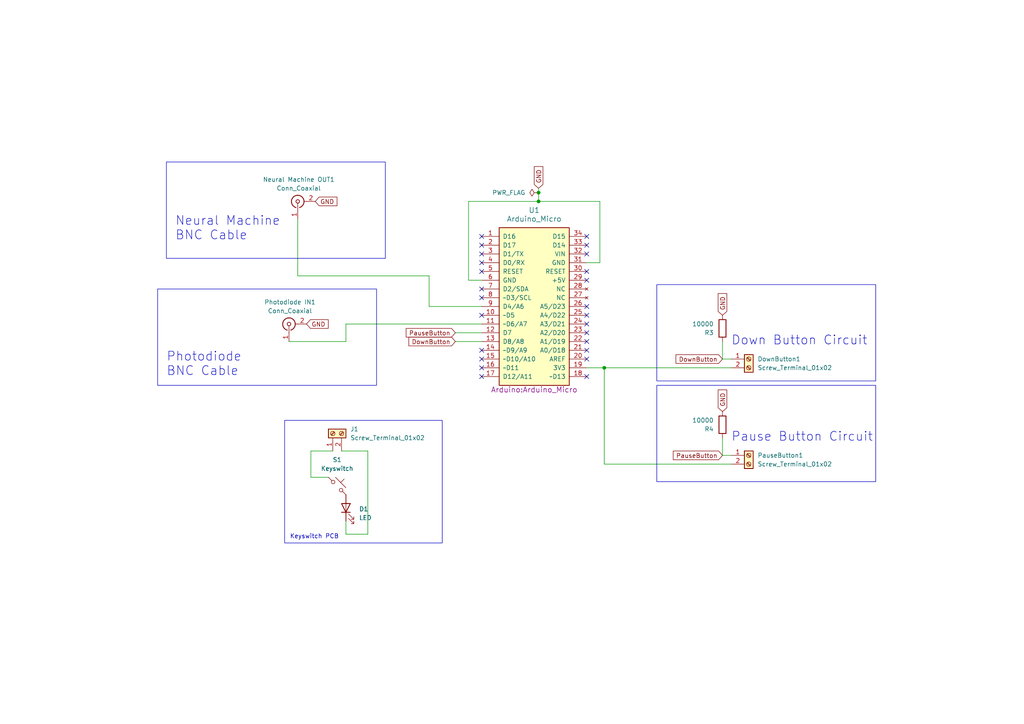
<source format=kicad_sch>
(kicad_sch
	(version 20231120)
	(generator "eeschema")
	(generator_version "8.0")
	(uuid "93641c54-f295-4998-8f84-1b23a506ee4c")
	(paper "A4")
	(lib_symbols
		(symbol "Arduino:Arduino_Micro"
			(pin_names
				(offset 1.016)
			)
			(exclude_from_sim no)
			(in_bom yes)
			(on_board yes)
			(property "Reference" "U"
				(at -10.16 26.67 0)
				(effects
					(font
						(size 1.524 1.524)
					)
				)
			)
			(property "Value" "Arduino_Micro"
				(at -2.54 24.13 0)
				(effects
					(font
						(size 1.524 1.524)
					)
				)
			)
			(property "Footprint" "Arduino:Arduino_Micro"
				(at 0 -24.13 0)
				(effects
					(font
						(size 1.524 1.524)
					)
					(hide yes)
				)
			)
			(property "Datasheet" "https://store.arduino.cc/usa/arduino-micro"
				(at 3.81 -26.67 0)
				(effects
					(font
						(size 1.524 1.524)
					)
					(hide yes)
				)
			)
			(property "Description" "Arduino Micro"
				(at 0 0 0)
				(effects
					(font
						(size 1.27 1.27)
					)
					(hide yes)
				)
			)
			(property "ki_keywords" "Arduino micro microcontroller module USB"
				(at 0 0 0)
				(effects
					(font
						(size 1.27 1.27)
					)
					(hide yes)
				)
			)
			(symbol "Arduino_Micro_0_1"
				(rectangle
					(start -10.16 22.86)
					(end 10.16 -22.86)
					(stroke
						(width 0.254)
						(type solid)
					)
					(fill
						(type background)
					)
				)
			)
			(symbol "Arduino_Micro_1_1"
				(pin bidirectional line
					(at -15.24 20.32 0)
					(length 5.08)
					(name "D16"
						(effects
							(font
								(size 1.27 1.27)
							)
						)
					)
					(number "1"
						(effects
							(font
								(size 1.27 1.27)
							)
						)
					)
				)
				(pin bidirectional line
					(at -15.24 -2.54 0)
					(length 5.08)
					(name "~D5"
						(effects
							(font
								(size 1.27 1.27)
							)
						)
					)
					(number "10"
						(effects
							(font
								(size 1.27 1.27)
							)
						)
					)
				)
				(pin bidirectional line
					(at -15.24 -5.08 0)
					(length 5.08)
					(name "~D6/A7"
						(effects
							(font
								(size 1.27 1.27)
							)
						)
					)
					(number "11"
						(effects
							(font
								(size 1.27 1.27)
							)
						)
					)
				)
				(pin bidirectional line
					(at -15.24 -7.62 0)
					(length 5.08)
					(name "D7"
						(effects
							(font
								(size 1.27 1.27)
							)
						)
					)
					(number "12"
						(effects
							(font
								(size 1.27 1.27)
							)
						)
					)
				)
				(pin bidirectional line
					(at -15.24 -10.16 0)
					(length 5.08)
					(name "D8/A8"
						(effects
							(font
								(size 1.27 1.27)
							)
						)
					)
					(number "13"
						(effects
							(font
								(size 1.27 1.27)
							)
						)
					)
				)
				(pin bidirectional line
					(at -15.24 -12.7 0)
					(length 5.08)
					(name "~D9/A9"
						(effects
							(font
								(size 1.27 1.27)
							)
						)
					)
					(number "14"
						(effects
							(font
								(size 1.27 1.27)
							)
						)
					)
				)
				(pin bidirectional line
					(at -15.24 -15.24 0)
					(length 5.08)
					(name "~D10/A10"
						(effects
							(font
								(size 1.27 1.27)
							)
						)
					)
					(number "15"
						(effects
							(font
								(size 1.27 1.27)
							)
						)
					)
				)
				(pin bidirectional line
					(at -15.24 -17.78 0)
					(length 5.08)
					(name "~D11"
						(effects
							(font
								(size 1.27 1.27)
							)
						)
					)
					(number "16"
						(effects
							(font
								(size 1.27 1.27)
							)
						)
					)
				)
				(pin bidirectional line
					(at -15.24 -20.32 0)
					(length 5.08)
					(name "D12/A11"
						(effects
							(font
								(size 1.27 1.27)
							)
						)
					)
					(number "17"
						(effects
							(font
								(size 1.27 1.27)
							)
						)
					)
				)
				(pin bidirectional line
					(at 15.24 -20.32 180)
					(length 5.08)
					(name "~D13"
						(effects
							(font
								(size 1.27 1.27)
							)
						)
					)
					(number "18"
						(effects
							(font
								(size 1.27 1.27)
							)
						)
					)
				)
				(pin power_out line
					(at 15.24 -17.78 180)
					(length 5.08)
					(name "3V3"
						(effects
							(font
								(size 1.27 1.27)
							)
						)
					)
					(number "19"
						(effects
							(font
								(size 1.27 1.27)
							)
						)
					)
				)
				(pin bidirectional line
					(at -15.24 17.78 0)
					(length 5.08)
					(name "D17"
						(effects
							(font
								(size 1.27 1.27)
							)
						)
					)
					(number "2"
						(effects
							(font
								(size 1.27 1.27)
							)
						)
					)
				)
				(pin input line
					(at 15.24 -15.24 180)
					(length 5.08)
					(name "AREF"
						(effects
							(font
								(size 1.27 1.27)
							)
						)
					)
					(number "20"
						(effects
							(font
								(size 1.27 1.27)
							)
						)
					)
				)
				(pin bidirectional line
					(at 15.24 -12.7 180)
					(length 5.08)
					(name "A0/D18"
						(effects
							(font
								(size 1.27 1.27)
							)
						)
					)
					(number "21"
						(effects
							(font
								(size 1.27 1.27)
							)
						)
					)
				)
				(pin bidirectional line
					(at 15.24 -10.16 180)
					(length 5.08)
					(name "A1/D19"
						(effects
							(font
								(size 1.27 1.27)
							)
						)
					)
					(number "22"
						(effects
							(font
								(size 1.27 1.27)
							)
						)
					)
				)
				(pin bidirectional line
					(at 15.24 -7.62 180)
					(length 5.08)
					(name "A2/D20"
						(effects
							(font
								(size 1.27 1.27)
							)
						)
					)
					(number "23"
						(effects
							(font
								(size 1.27 1.27)
							)
						)
					)
				)
				(pin bidirectional line
					(at 15.24 -5.08 180)
					(length 5.08)
					(name "A3/D21"
						(effects
							(font
								(size 1.27 1.27)
							)
						)
					)
					(number "24"
						(effects
							(font
								(size 1.27 1.27)
							)
						)
					)
				)
				(pin bidirectional line
					(at 15.24 -2.54 180)
					(length 5.08)
					(name "A4/D22"
						(effects
							(font
								(size 1.27 1.27)
							)
						)
					)
					(number "25"
						(effects
							(font
								(size 1.27 1.27)
							)
						)
					)
				)
				(pin bidirectional line
					(at 15.24 0 180)
					(length 5.08)
					(name "A5/D23"
						(effects
							(font
								(size 1.27 1.27)
							)
						)
					)
					(number "26"
						(effects
							(font
								(size 1.27 1.27)
							)
						)
					)
				)
				(pin no_connect line
					(at 15.24 2.54 180)
					(length 5.08)
					(name "NC"
						(effects
							(font
								(size 1.27 1.27)
							)
						)
					)
					(number "27"
						(effects
							(font
								(size 1.27 1.27)
							)
						)
					)
				)
				(pin no_connect line
					(at 15.24 5.08 180)
					(length 5.08)
					(name "NC"
						(effects
							(font
								(size 1.27 1.27)
							)
						)
					)
					(number "28"
						(effects
							(font
								(size 1.27 1.27)
							)
						)
					)
				)
				(pin power_in line
					(at 15.24 7.62 180)
					(length 5.08)
					(name "+5V"
						(effects
							(font
								(size 1.27 1.27)
							)
						)
					)
					(number "29"
						(effects
							(font
								(size 1.27 1.27)
							)
						)
					)
				)
				(pin bidirectional line
					(at -15.24 15.24 0)
					(length 5.08)
					(name "D1/TX"
						(effects
							(font
								(size 1.27 1.27)
							)
						)
					)
					(number "3"
						(effects
							(font
								(size 1.27 1.27)
							)
						)
					)
				)
				(pin input line
					(at 15.24 10.16 180)
					(length 5.08)
					(name "RESET"
						(effects
							(font
								(size 1.27 1.27)
							)
						)
					)
					(number "30"
						(effects
							(font
								(size 1.27 1.27)
							)
						)
					)
				)
				(pin power_in line
					(at 15.24 12.7 180)
					(length 5.08)
					(name "GND"
						(effects
							(font
								(size 1.27 1.27)
							)
						)
					)
					(number "31"
						(effects
							(font
								(size 1.27 1.27)
							)
						)
					)
				)
				(pin power_out line
					(at 15.24 15.24 180)
					(length 5.08)
					(name "VIN"
						(effects
							(font
								(size 1.27 1.27)
							)
						)
					)
					(number "32"
						(effects
							(font
								(size 1.27 1.27)
							)
						)
					)
				)
				(pin bidirectional line
					(at 15.24 17.78 180)
					(length 5.08)
					(name "D14"
						(effects
							(font
								(size 1.27 1.27)
							)
						)
					)
					(number "33"
						(effects
							(font
								(size 1.27 1.27)
							)
						)
					)
				)
				(pin bidirectional line
					(at 15.24 20.32 180)
					(length 5.08)
					(name "D15"
						(effects
							(font
								(size 1.27 1.27)
							)
						)
					)
					(number "34"
						(effects
							(font
								(size 1.27 1.27)
							)
						)
					)
				)
				(pin bidirectional line
					(at -15.24 12.7 0)
					(length 5.08)
					(name "D0/RX"
						(effects
							(font
								(size 1.27 1.27)
							)
						)
					)
					(number "4"
						(effects
							(font
								(size 1.27 1.27)
							)
						)
					)
				)
				(pin input line
					(at -15.24 10.16 0)
					(length 5.08)
					(name "RESET"
						(effects
							(font
								(size 1.27 1.27)
							)
						)
					)
					(number "5"
						(effects
							(font
								(size 1.27 1.27)
							)
						)
					)
				)
				(pin power_in line
					(at -15.24 7.62 0)
					(length 5.08)
					(name "GND"
						(effects
							(font
								(size 1.27 1.27)
							)
						)
					)
					(number "6"
						(effects
							(font
								(size 1.27 1.27)
							)
						)
					)
				)
				(pin bidirectional line
					(at -15.24 5.08 0)
					(length 5.08)
					(name "D2/SDA"
						(effects
							(font
								(size 1.27 1.27)
							)
						)
					)
					(number "7"
						(effects
							(font
								(size 1.27 1.27)
							)
						)
					)
				)
				(pin bidirectional line
					(at -15.24 2.54 0)
					(length 5.08)
					(name "~D3/SCL"
						(effects
							(font
								(size 1.27 1.27)
							)
						)
					)
					(number "8"
						(effects
							(font
								(size 1.27 1.27)
							)
						)
					)
				)
				(pin bidirectional line
					(at -15.24 0 0)
					(length 5.08)
					(name "D4/A6"
						(effects
							(font
								(size 1.27 1.27)
							)
						)
					)
					(number "9"
						(effects
							(font
								(size 1.27 1.27)
							)
						)
					)
				)
			)
		)
		(symbol "Connector:Conn_Coaxial"
			(pin_names
				(offset 1.016) hide)
			(exclude_from_sim no)
			(in_bom yes)
			(on_board yes)
			(property "Reference" "J"
				(at 0.254 3.048 0)
				(effects
					(font
						(size 1.27 1.27)
					)
				)
			)
			(property "Value" "Conn_Coaxial"
				(at 2.921 0 90)
				(effects
					(font
						(size 1.27 1.27)
					)
				)
			)
			(property "Footprint" ""
				(at 0 0 0)
				(effects
					(font
						(size 1.27 1.27)
					)
					(hide yes)
				)
			)
			(property "Datasheet" " ~"
				(at 0 0 0)
				(effects
					(font
						(size 1.27 1.27)
					)
					(hide yes)
				)
			)
			(property "Description" "coaxial connector (BNC, SMA, SMB, SMC, Cinch/RCA, LEMO, ...)"
				(at 0 0 0)
				(effects
					(font
						(size 1.27 1.27)
					)
					(hide yes)
				)
			)
			(property "ki_keywords" "BNC SMA SMB SMC LEMO coaxial connector CINCH RCA"
				(at 0 0 0)
				(effects
					(font
						(size 1.27 1.27)
					)
					(hide yes)
				)
			)
			(property "ki_fp_filters" "*BNC* *SMA* *SMB* *SMC* *Cinch* *LEMO*"
				(at 0 0 0)
				(effects
					(font
						(size 1.27 1.27)
					)
					(hide yes)
				)
			)
			(symbol "Conn_Coaxial_0_1"
				(arc
					(start -1.778 -0.508)
					(mid 0.2311 -1.8066)
					(end 1.778 0)
					(stroke
						(width 0.254)
						(type default)
					)
					(fill
						(type none)
					)
				)
				(polyline
					(pts
						(xy -2.54 0) (xy -0.508 0)
					)
					(stroke
						(width 0)
						(type default)
					)
					(fill
						(type none)
					)
				)
				(polyline
					(pts
						(xy 0 -2.54) (xy 0 -1.778)
					)
					(stroke
						(width 0)
						(type default)
					)
					(fill
						(type none)
					)
				)
				(circle
					(center 0 0)
					(radius 0.508)
					(stroke
						(width 0.2032)
						(type default)
					)
					(fill
						(type none)
					)
				)
				(arc
					(start 1.778 0)
					(mid 0.2099 1.8101)
					(end -1.778 0.508)
					(stroke
						(width 0.254)
						(type default)
					)
					(fill
						(type none)
					)
				)
			)
			(symbol "Conn_Coaxial_1_1"
				(pin passive line
					(at -5.08 0 0)
					(length 2.54)
					(name "In"
						(effects
							(font
								(size 1.27 1.27)
							)
						)
					)
					(number "1"
						(effects
							(font
								(size 1.27 1.27)
							)
						)
					)
				)
				(pin passive line
					(at 0 -5.08 90)
					(length 2.54)
					(name "Ext"
						(effects
							(font
								(size 1.27 1.27)
							)
						)
					)
					(number "2"
						(effects
							(font
								(size 1.27 1.27)
							)
						)
					)
				)
			)
		)
		(symbol "Connector:Screw_Terminal_01x02"
			(pin_names
				(offset 1.016) hide)
			(exclude_from_sim no)
			(in_bom yes)
			(on_board yes)
			(property "Reference" "J"
				(at 0 2.54 0)
				(effects
					(font
						(size 1.27 1.27)
					)
				)
			)
			(property "Value" "Screw_Terminal_01x02"
				(at 0 -5.08 0)
				(effects
					(font
						(size 1.27 1.27)
					)
				)
			)
			(property "Footprint" ""
				(at 0 0 0)
				(effects
					(font
						(size 1.27 1.27)
					)
					(hide yes)
				)
			)
			(property "Datasheet" "~"
				(at 0 0 0)
				(effects
					(font
						(size 1.27 1.27)
					)
					(hide yes)
				)
			)
			(property "Description" "Generic screw terminal, single row, 01x02, script generated (kicad-library-utils/schlib/autogen/connector/)"
				(at 0 0 0)
				(effects
					(font
						(size 1.27 1.27)
					)
					(hide yes)
				)
			)
			(property "ki_keywords" "screw terminal"
				(at 0 0 0)
				(effects
					(font
						(size 1.27 1.27)
					)
					(hide yes)
				)
			)
			(property "ki_fp_filters" "TerminalBlock*:*"
				(at 0 0 0)
				(effects
					(font
						(size 1.27 1.27)
					)
					(hide yes)
				)
			)
			(symbol "Screw_Terminal_01x02_1_1"
				(rectangle
					(start -1.27 1.27)
					(end 1.27 -3.81)
					(stroke
						(width 0.254)
						(type default)
					)
					(fill
						(type background)
					)
				)
				(circle
					(center 0 -2.54)
					(radius 0.635)
					(stroke
						(width 0.1524)
						(type default)
					)
					(fill
						(type none)
					)
				)
				(polyline
					(pts
						(xy -0.5334 -2.2098) (xy 0.3302 -3.048)
					)
					(stroke
						(width 0.1524)
						(type default)
					)
					(fill
						(type none)
					)
				)
				(polyline
					(pts
						(xy -0.5334 0.3302) (xy 0.3302 -0.508)
					)
					(stroke
						(width 0.1524)
						(type default)
					)
					(fill
						(type none)
					)
				)
				(polyline
					(pts
						(xy -0.3556 -2.032) (xy 0.508 -2.8702)
					)
					(stroke
						(width 0.1524)
						(type default)
					)
					(fill
						(type none)
					)
				)
				(polyline
					(pts
						(xy -0.3556 0.508) (xy 0.508 -0.3302)
					)
					(stroke
						(width 0.1524)
						(type default)
					)
					(fill
						(type none)
					)
				)
				(circle
					(center 0 0)
					(radius 0.635)
					(stroke
						(width 0.1524)
						(type default)
					)
					(fill
						(type none)
					)
				)
				(pin passive line
					(at -5.08 0 0)
					(length 3.81)
					(name "Pin_1"
						(effects
							(font
								(size 1.27 1.27)
							)
						)
					)
					(number "1"
						(effects
							(font
								(size 1.27 1.27)
							)
						)
					)
				)
				(pin passive line
					(at -5.08 -2.54 0)
					(length 3.81)
					(name "Pin_2"
						(effects
							(font
								(size 1.27 1.27)
							)
						)
					)
					(number "2"
						(effects
							(font
								(size 1.27 1.27)
							)
						)
					)
				)
			)
		)
		(symbol "Device:LED"
			(pin_numbers hide)
			(pin_names
				(offset 1.016) hide)
			(exclude_from_sim no)
			(in_bom yes)
			(on_board yes)
			(property "Reference" "D"
				(at 0 2.54 0)
				(effects
					(font
						(size 1.27 1.27)
					)
				)
			)
			(property "Value" "LED"
				(at 0 -2.54 0)
				(effects
					(font
						(size 1.27 1.27)
					)
				)
			)
			(property "Footprint" ""
				(at 0 0 0)
				(effects
					(font
						(size 1.27 1.27)
					)
					(hide yes)
				)
			)
			(property "Datasheet" "~"
				(at 0 0 0)
				(effects
					(font
						(size 1.27 1.27)
					)
					(hide yes)
				)
			)
			(property "Description" "Light emitting diode"
				(at 0 0 0)
				(effects
					(font
						(size 1.27 1.27)
					)
					(hide yes)
				)
			)
			(property "ki_keywords" "LED diode"
				(at 0 0 0)
				(effects
					(font
						(size 1.27 1.27)
					)
					(hide yes)
				)
			)
			(property "ki_fp_filters" "LED* LED_SMD:* LED_THT:*"
				(at 0 0 0)
				(effects
					(font
						(size 1.27 1.27)
					)
					(hide yes)
				)
			)
			(symbol "LED_0_1"
				(polyline
					(pts
						(xy -1.27 -1.27) (xy -1.27 1.27)
					)
					(stroke
						(width 0.254)
						(type default)
					)
					(fill
						(type none)
					)
				)
				(polyline
					(pts
						(xy -1.27 0) (xy 1.27 0)
					)
					(stroke
						(width 0)
						(type default)
					)
					(fill
						(type none)
					)
				)
				(polyline
					(pts
						(xy 1.27 -1.27) (xy 1.27 1.27) (xy -1.27 0) (xy 1.27 -1.27)
					)
					(stroke
						(width 0.254)
						(type default)
					)
					(fill
						(type none)
					)
				)
				(polyline
					(pts
						(xy -3.048 -0.762) (xy -4.572 -2.286) (xy -3.81 -2.286) (xy -4.572 -2.286) (xy -4.572 -1.524)
					)
					(stroke
						(width 0)
						(type default)
					)
					(fill
						(type none)
					)
				)
				(polyline
					(pts
						(xy -1.778 -0.762) (xy -3.302 -2.286) (xy -2.54 -2.286) (xy -3.302 -2.286) (xy -3.302 -1.524)
					)
					(stroke
						(width 0)
						(type default)
					)
					(fill
						(type none)
					)
				)
			)
			(symbol "LED_1_1"
				(pin passive line
					(at -3.81 0 0)
					(length 2.54)
					(name "K"
						(effects
							(font
								(size 1.27 1.27)
							)
						)
					)
					(number "1"
						(effects
							(font
								(size 1.27 1.27)
							)
						)
					)
				)
				(pin passive line
					(at 3.81 0 180)
					(length 2.54)
					(name "A"
						(effects
							(font
								(size 1.27 1.27)
							)
						)
					)
					(number "2"
						(effects
							(font
								(size 1.27 1.27)
							)
						)
					)
				)
			)
		)
		(symbol "Device:R"
			(pin_numbers hide)
			(pin_names
				(offset 0)
			)
			(exclude_from_sim no)
			(in_bom yes)
			(on_board yes)
			(property "Reference" "R"
				(at 2.032 0 90)
				(effects
					(font
						(size 1.27 1.27)
					)
				)
			)
			(property "Value" "R"
				(at 0 0 90)
				(effects
					(font
						(size 1.27 1.27)
					)
				)
			)
			(property "Footprint" ""
				(at -1.778 0 90)
				(effects
					(font
						(size 1.27 1.27)
					)
					(hide yes)
				)
			)
			(property "Datasheet" "~"
				(at 0 0 0)
				(effects
					(font
						(size 1.27 1.27)
					)
					(hide yes)
				)
			)
			(property "Description" "Resistor"
				(at 0 0 0)
				(effects
					(font
						(size 1.27 1.27)
					)
					(hide yes)
				)
			)
			(property "ki_keywords" "R res resistor"
				(at 0 0 0)
				(effects
					(font
						(size 1.27 1.27)
					)
					(hide yes)
				)
			)
			(property "ki_fp_filters" "R_*"
				(at 0 0 0)
				(effects
					(font
						(size 1.27 1.27)
					)
					(hide yes)
				)
			)
			(symbol "R_0_1"
				(rectangle
					(start -1.016 -2.54)
					(end 1.016 2.54)
					(stroke
						(width 0.254)
						(type default)
					)
					(fill
						(type none)
					)
				)
			)
			(symbol "R_1_1"
				(pin passive line
					(at 0 3.81 270)
					(length 1.27)
					(name "~"
						(effects
							(font
								(size 1.27 1.27)
							)
						)
					)
					(number "1"
						(effects
							(font
								(size 1.27 1.27)
							)
						)
					)
				)
				(pin passive line
					(at 0 -3.81 90)
					(length 1.27)
					(name "~"
						(effects
							(font
								(size 1.27 1.27)
							)
						)
					)
					(number "2"
						(effects
							(font
								(size 1.27 1.27)
							)
						)
					)
				)
			)
		)
		(symbol "MechanicalKeyboard:Placeholder_Keyswitch"
			(pin_numbers hide)
			(pin_names
				(offset 1.016) hide)
			(exclude_from_sim no)
			(in_bom yes)
			(on_board yes)
			(property "Reference" "S"
				(at 3.048 1.016 0)
				(effects
					(font
						(size 1.27 1.27)
					)
					(justify left)
				)
			)
			(property "Value" "Keyswitch"
				(at 0 -3.81 0)
				(effects
					(font
						(size 1.27 1.27)
					)
				)
			)
			(property "Footprint" ""
				(at 0 0 0)
				(effects
					(font
						(size 1.27 1.27)
					)
					(hide yes)
				)
			)
			(property "Datasheet" "~"
				(at 0 0 0)
				(effects
					(font
						(size 1.27 1.27)
					)
					(hide yes)
				)
			)
			(property "Description" "Push button switch, normally open, two pins, 45° tilted"
				(at 0 0 0)
				(effects
					(font
						(size 1.27 1.27)
					)
					(hide yes)
				)
			)
			(property "ki_keywords" "switch normally-open pushbutton push-button"
				(at 0 0 0)
				(effects
					(font
						(size 1.27 1.27)
					)
					(hide yes)
				)
			)
			(symbol "Placeholder_Keyswitch_0_1"
				(circle
					(center -1.1684 1.1684)
					(radius 0.508)
					(stroke
						(width 0)
						(type default)
					)
					(fill
						(type none)
					)
				)
				(polyline
					(pts
						(xy -0.508 2.54) (xy 2.54 -0.508)
					)
					(stroke
						(width 0)
						(type default)
					)
					(fill
						(type none)
					)
				)
				(polyline
					(pts
						(xy 1.016 1.016) (xy 2.032 2.032)
					)
					(stroke
						(width 0)
						(type default)
					)
					(fill
						(type none)
					)
				)
				(polyline
					(pts
						(xy -2.54 2.54) (xy -1.524 1.524) (xy -1.524 1.524)
					)
					(stroke
						(width 0)
						(type default)
					)
					(fill
						(type none)
					)
				)
				(polyline
					(pts
						(xy 1.524 -1.524) (xy 2.54 -2.54) (xy 2.54 -2.54) (xy 2.54 -2.54)
					)
					(stroke
						(width 0)
						(type default)
					)
					(fill
						(type none)
					)
				)
				(circle
					(center 1.143 -1.1938)
					(radius 0.508)
					(stroke
						(width 0)
						(type default)
					)
					(fill
						(type none)
					)
				)
				(pin passive line
					(at -2.54 2.54 0)
					(length 0)
					(name "1"
						(effects
							(font
								(size 1.27 1.27)
							)
						)
					)
					(number "1"
						(effects
							(font
								(size 1.27 1.27)
							)
						)
					)
				)
				(pin passive line
					(at 2.54 -2.54 180)
					(length 0)
					(name "2"
						(effects
							(font
								(size 1.27 1.27)
							)
						)
					)
					(number "2"
						(effects
							(font
								(size 1.27 1.27)
							)
						)
					)
				)
			)
		)
		(symbol "power:PWR_FLAG"
			(power)
			(pin_numbers hide)
			(pin_names
				(offset 0) hide)
			(exclude_from_sim no)
			(in_bom yes)
			(on_board yes)
			(property "Reference" "#FLG"
				(at 0 1.905 0)
				(effects
					(font
						(size 1.27 1.27)
					)
					(hide yes)
				)
			)
			(property "Value" "PWR_FLAG"
				(at 0 3.81 0)
				(effects
					(font
						(size 1.27 1.27)
					)
				)
			)
			(property "Footprint" ""
				(at 0 0 0)
				(effects
					(font
						(size 1.27 1.27)
					)
					(hide yes)
				)
			)
			(property "Datasheet" "~"
				(at 0 0 0)
				(effects
					(font
						(size 1.27 1.27)
					)
					(hide yes)
				)
			)
			(property "Description" "Special symbol for telling ERC where power comes from"
				(at 0 0 0)
				(effects
					(font
						(size 1.27 1.27)
					)
					(hide yes)
				)
			)
			(property "ki_keywords" "flag power"
				(at 0 0 0)
				(effects
					(font
						(size 1.27 1.27)
					)
					(hide yes)
				)
			)
			(symbol "PWR_FLAG_0_0"
				(pin power_out line
					(at 0 0 90)
					(length 0)
					(name "~"
						(effects
							(font
								(size 1.27 1.27)
							)
						)
					)
					(number "1"
						(effects
							(font
								(size 1.27 1.27)
							)
						)
					)
				)
			)
			(symbol "PWR_FLAG_0_1"
				(polyline
					(pts
						(xy 0 0) (xy 0 1.27) (xy -1.016 1.905) (xy 0 2.54) (xy 1.016 1.905) (xy 0 1.27)
					)
					(stroke
						(width 0)
						(type default)
					)
					(fill
						(type none)
					)
				)
			)
		)
	)
	(junction
		(at 175.26 106.68)
		(diameter 0)
		(color 0 0 0 0)
		(uuid "8882a056-f75f-4889-8a85-9fa14d1822af")
	)
	(junction
		(at 156.21 58.42)
		(diameter 0)
		(color 0 0 0 0)
		(uuid "b23ab773-e9ee-412e-9224-51a23ac15b5e")
	)
	(junction
		(at 156.21 55.88)
		(diameter 0)
		(color 0 0 0 0)
		(uuid "bf39e206-0db4-46a7-91cc-d790a4425424")
	)
	(no_connect
		(at 170.18 109.22)
		(uuid "046ef7a1-e145-4eca-b862-acb9bf1e31e6")
	)
	(no_connect
		(at 139.7 106.68)
		(uuid "14c57942-f77f-4436-9cdd-07d6b8c66239")
	)
	(no_connect
		(at 139.7 68.58)
		(uuid "237b1d54-d0ce-462a-a1ed-a6aea9e9c84c")
	)
	(no_connect
		(at 139.7 76.2)
		(uuid "323f91c1-080c-460b-aa97-44988e14190e")
	)
	(no_connect
		(at 170.18 104.14)
		(uuid "440586da-4220-4c89-b706-ce76513ab357")
	)
	(no_connect
		(at 139.7 78.74)
		(uuid "44241226-0085-4f6e-8f94-71e64cd7a3c2")
	)
	(no_connect
		(at 170.18 96.52)
		(uuid "48fcbbb7-61ad-4f9f-afe0-43fbf45d3f74")
	)
	(no_connect
		(at 170.18 78.74)
		(uuid "4b375162-8cfa-4a89-b05d-40020273f613")
	)
	(no_connect
		(at 170.18 101.6)
		(uuid "65814998-3561-4efc-91c5-922ddb5b048e")
	)
	(no_connect
		(at 139.7 86.36)
		(uuid "6b2106f3-dc01-497a-80ff-d1d85dce505e")
	)
	(no_connect
		(at 170.18 91.44)
		(uuid "6fe3d3ff-0373-4e7e-9ad2-f16ee08f16d1")
	)
	(no_connect
		(at 170.18 71.12)
		(uuid "7596a505-6e5e-4c12-b0c8-d4bc9706d6d7")
	)
	(no_connect
		(at 139.7 101.6)
		(uuid "7c79d687-dfaa-4698-b514-ad719ff2f676")
	)
	(no_connect
		(at 170.18 73.66)
		(uuid "7ce90fe4-4e61-4bb1-ad35-a03f46cc1b4e")
	)
	(no_connect
		(at 139.7 109.22)
		(uuid "8a43fbf1-a620-45d5-bc1a-7f147af733c6")
	)
	(no_connect
		(at 139.7 73.66)
		(uuid "8b9a6893-dae4-4a12-ac42-32d07daaadba")
	)
	(no_connect
		(at 170.18 99.06)
		(uuid "96dac6e4-4592-4e8e-b735-16d99caa6198")
	)
	(no_connect
		(at 170.18 81.28)
		(uuid "ae525080-fcc8-4148-9565-e7ed1b380704")
	)
	(no_connect
		(at 139.7 91.44)
		(uuid "ae64eee5-8ab5-4fa9-94a4-b3b9f101305d")
	)
	(no_connect
		(at 139.7 83.82)
		(uuid "b4b871cc-7eeb-4456-b2be-96ce5a31aeb8")
	)
	(no_connect
		(at 139.7 104.14)
		(uuid "d655d00b-06a4-4553-80f2-5be444333726")
	)
	(no_connect
		(at 170.18 88.9)
		(uuid "e2748a0b-cf0d-49d5-a4f6-c806b24428a9")
	)
	(no_connect
		(at 170.18 68.58)
		(uuid "e86862ad-1dce-4e01-b2a0-8bc086574949")
	)
	(no_connect
		(at 139.7 71.12)
		(uuid "ef4c6319-5bf7-438f-ba9d-6484d9e9e574")
	)
	(no_connect
		(at 170.18 93.98)
		(uuid "f6ccd8e4-4660-4d24-9bcc-df3e467a928c")
	)
	(wire
		(pts
			(xy 170.18 106.68) (xy 175.26 106.68)
		)
		(stroke
			(width 0)
			(type default)
		)
		(uuid "055e5cb5-893b-459b-af29-193df29a1fbd")
	)
	(wire
		(pts
			(xy 99.06 130.81) (xy 106.68 130.81)
		)
		(stroke
			(width 0)
			(type default)
		)
		(uuid "05d08d22-a6c9-4dcc-8b8f-cc9b21bcc0da")
	)
	(wire
		(pts
			(xy 86.36 80.01) (xy 124.46 80.01)
		)
		(stroke
			(width 0)
			(type default)
		)
		(uuid "0ba4b7f3-3f0d-45e6-b45b-3c175f2cb8f0")
	)
	(wire
		(pts
			(xy 156.21 54.61) (xy 156.21 55.88)
		)
		(stroke
			(width 0)
			(type default)
		)
		(uuid "0df08d4c-0f2d-4ee6-a82f-b36d63830212")
	)
	(wire
		(pts
			(xy 124.46 88.9) (xy 139.7 88.9)
		)
		(stroke
			(width 0)
			(type default)
		)
		(uuid "150772ab-623b-4c00-84ce-a697c6948536")
	)
	(wire
		(pts
			(xy 175.26 134.62) (xy 175.26 106.68)
		)
		(stroke
			(width 0)
			(type default)
		)
		(uuid "1b6650a2-2da8-4d2d-85a1-8451b7f0f194")
	)
	(wire
		(pts
			(xy 175.26 106.68) (xy 212.09 106.68)
		)
		(stroke
			(width 0)
			(type default)
		)
		(uuid "24421ffa-1179-4d43-8b61-244f6c667b9b")
	)
	(wire
		(pts
			(xy 212.09 132.08) (xy 209.55 132.08)
		)
		(stroke
			(width 0)
			(type default)
		)
		(uuid "275372c4-1b07-43d9-b7dc-92f8bebbda14")
	)
	(wire
		(pts
			(xy 124.46 80.01) (xy 124.46 88.9)
		)
		(stroke
			(width 0)
			(type default)
		)
		(uuid "2c0b881c-9590-4309-b032-88019b57e04e")
	)
	(wire
		(pts
			(xy 139.7 81.28) (xy 135.89 81.28)
		)
		(stroke
			(width 0)
			(type default)
		)
		(uuid "454be2b1-ef9d-43e7-b8e2-36f1cb34cc27")
	)
	(wire
		(pts
			(xy 135.89 58.42) (xy 135.89 81.28)
		)
		(stroke
			(width 0)
			(type default)
		)
		(uuid "46cec980-b4ee-4a82-b164-593cdefedc8d")
	)
	(wire
		(pts
			(xy 135.89 58.42) (xy 156.21 58.42)
		)
		(stroke
			(width 0)
			(type default)
		)
		(uuid "47089c19-65d2-44ef-a7f9-82a4c53af7b3")
	)
	(wire
		(pts
			(xy 209.55 99.06) (xy 209.55 104.14)
		)
		(stroke
			(width 0)
			(type default)
		)
		(uuid "596e4dda-0d06-4cf5-8246-ea68cb1dfcaf")
	)
	(wire
		(pts
			(xy 106.68 130.81) (xy 106.68 154.94)
		)
		(stroke
			(width 0)
			(type default)
		)
		(uuid "5c820619-2f3d-43ea-a458-d3814fd5ece0")
	)
	(wire
		(pts
			(xy 156.21 55.88) (xy 156.21 58.42)
		)
		(stroke
			(width 0)
			(type default)
		)
		(uuid "6fb13262-fe4e-424d-93f5-102a7b7766e5")
	)
	(wire
		(pts
			(xy 173.99 58.42) (xy 173.99 76.2)
		)
		(stroke
			(width 0)
			(type default)
		)
		(uuid "72d21ca4-5b3b-4377-b19d-b6f3f34ce78c")
	)
	(wire
		(pts
			(xy 90.17 130.81) (xy 90.17 138.43)
		)
		(stroke
			(width 0)
			(type default)
		)
		(uuid "747e422c-9ea0-410e-957c-149a9654a1b9")
	)
	(wire
		(pts
			(xy 209.55 127) (xy 209.55 132.08)
		)
		(stroke
			(width 0)
			(type default)
		)
		(uuid "7b4aad99-fdad-4ecd-a4eb-633d1530b8b1")
	)
	(wire
		(pts
			(xy 212.09 104.14) (xy 209.55 104.14)
		)
		(stroke
			(width 0)
			(type default)
		)
		(uuid "8548f4ad-240a-415f-8859-25164b88478a")
	)
	(wire
		(pts
			(xy 90.17 138.43) (xy 95.25 138.43)
		)
		(stroke
			(width 0)
			(type default)
		)
		(uuid "8c03b724-be8c-4500-8251-65216e3fe26e")
	)
	(wire
		(pts
			(xy 83.82 99.06) (xy 100.33 99.06)
		)
		(stroke
			(width 0)
			(type default)
		)
		(uuid "8e0628fe-3ce1-4008-9df5-0c9264d4c6bf")
	)
	(wire
		(pts
			(xy 86.36 63.5) (xy 86.36 80.01)
		)
		(stroke
			(width 0)
			(type default)
		)
		(uuid "9a651354-dab4-4d3c-8b1c-a9bd63e53426")
	)
	(wire
		(pts
			(xy 106.68 154.94) (xy 100.33 154.94)
		)
		(stroke
			(width 0)
			(type default)
		)
		(uuid "9a992e69-9042-493a-a488-308229b04137")
	)
	(wire
		(pts
			(xy 100.33 99.06) (xy 100.33 93.98)
		)
		(stroke
			(width 0)
			(type default)
		)
		(uuid "ac64a4f4-98a4-499d-a243-3f88086c6be1")
	)
	(wire
		(pts
			(xy 132.08 96.52) (xy 139.7 96.52)
		)
		(stroke
			(width 0)
			(type default)
		)
		(uuid "b36c8e0c-e762-4aa1-b9bf-0945c6364f05")
	)
	(wire
		(pts
			(xy 100.33 154.94) (xy 100.33 151.13)
		)
		(stroke
			(width 0)
			(type default)
		)
		(uuid "b474504a-b231-404b-a305-1a3434711f07")
	)
	(wire
		(pts
			(xy 175.26 134.62) (xy 212.09 134.62)
		)
		(stroke
			(width 0)
			(type default)
		)
		(uuid "c570ef73-06e0-435e-a7a2-cd2abb8fe7d1")
	)
	(wire
		(pts
			(xy 100.33 93.98) (xy 139.7 93.98)
		)
		(stroke
			(width 0)
			(type default)
		)
		(uuid "e95f7ec6-4462-44a2-8440-d6497d4495ee")
	)
	(wire
		(pts
			(xy 173.99 76.2) (xy 170.18 76.2)
		)
		(stroke
			(width 0)
			(type default)
		)
		(uuid "f83539fc-aba5-4840-bf1a-f3d56f7679b2")
	)
	(wire
		(pts
			(xy 96.52 130.81) (xy 90.17 130.81)
		)
		(stroke
			(width 0)
			(type default)
		)
		(uuid "faca42de-bc16-4ee2-86ba-631eec2e4c03")
	)
	(wire
		(pts
			(xy 132.08 99.06) (xy 139.7 99.06)
		)
		(stroke
			(width 0)
			(type default)
		)
		(uuid "fe720287-2e66-44b6-8ca6-a6c13469aecd")
	)
	(wire
		(pts
			(xy 156.21 58.42) (xy 173.99 58.42)
		)
		(stroke
			(width 0)
			(type default)
		)
		(uuid "ffbd3f03-1af1-42ec-b660-570692792efe")
	)
	(rectangle
		(start 82.55 121.92)
		(end 128.27 157.48)
		(stroke
			(width 0)
			(type default)
		)
		(fill
			(type none)
		)
		(uuid 0bae6fa3-6402-4a52-934a-005b45778343)
	)
	(rectangle
		(start 190.5 111.76)
		(end 254 139.7)
		(stroke
			(width 0)
			(type default)
		)
		(fill
			(type none)
		)
		(uuid 0c40a147-746f-405d-abaa-f92b0aa8367c)
	)
	(rectangle
		(start 48.26 46.99)
		(end 111.76 74.93)
		(stroke
			(width 0)
			(type default)
		)
		(fill
			(type none)
		)
		(uuid 37b21a90-f762-4471-ad61-bde1b2c54c89)
	)
	(rectangle
		(start 190.5 82.55)
		(end 254 110.49)
		(stroke
			(width 0)
			(type default)
		)
		(fill
			(type none)
		)
		(uuid 8e3cefa7-db89-409a-8320-7c1ca29f4fd8)
	)
	(rectangle
		(start 45.72 83.82)
		(end 109.22 111.76)
		(stroke
			(width 0)
			(type default)
		)
		(fill
			(type none)
		)
		(uuid 8f168dad-1cbc-435e-b5fe-bc63552dbc60)
	)
	(text "Photodiode\nBNC Cable"
		(exclude_from_sim no)
		(at 48.26 109.22 0)
		(effects
			(font
				(size 2.6 2.6)
			)
			(justify left bottom)
		)
		(uuid "50e4cfe5-87a0-45a9-b44c-716249df9f83")
	)
	(text "Pause Button Circuit"
		(exclude_from_sim no)
		(at 212.09 128.27 0)
		(effects
			(font
				(size 2.6 2.6)
			)
			(justify left bottom)
		)
		(uuid "b2a93f31-156c-4a87-99d0-0d8fec8cb978")
	)
	(text "Down Button Circuit"
		(exclude_from_sim no)
		(at 212.09 100.33 0)
		(effects
			(font
				(size 2.6 2.6)
			)
			(justify left bottom)
		)
		(uuid "d3d6f4e4-f86c-4618-ba30-a6365cd7389a")
	)
	(text "Keyswitch PCB\n"
		(exclude_from_sim no)
		(at 91.186 155.702 0)
		(effects
			(font
				(size 1.27 1.27)
			)
		)
		(uuid "e2f9cdf1-86b1-432e-8908-95cc2db4a774")
	)
	(text "Neural Machine\nBNC Cable"
		(exclude_from_sim no)
		(at 50.8 69.85 0)
		(effects
			(font
				(size 2.6 2.6)
			)
			(justify left bottom)
		)
		(uuid "feb57923-e2c6-4c20-b6f7-3b696dea5c77")
	)
	(global_label "PauseButton"
		(shape input)
		(at 132.08 96.52 180)
		(fields_autoplaced yes)
		(effects
			(font
				(size 1.27 1.27)
			)
			(justify right)
		)
		(uuid "01e282d6-a6f1-4d2c-b1f5-9f1b44648d3b")
		(property "Intersheetrefs" "${INTERSHEET_REFS}"
			(at 117.2417 96.52 0)
			(effects
				(font
					(size 1.27 1.27)
				)
				(justify right)
				(hide yes)
			)
		)
	)
	(global_label "GND"
		(shape input)
		(at 156.21 54.61 90)
		(fields_autoplaced yes)
		(effects
			(font
				(size 1.27 1.27)
			)
			(justify left)
		)
		(uuid "35545d52-b319-4fc5-87be-4d19055f05bb")
		(property "Intersheetrefs" "${INTERSHEET_REFS}"
			(at 156.21 47.7543 90)
			(effects
				(font
					(size 1.27 1.27)
				)
				(justify left)
				(hide yes)
			)
		)
	)
	(global_label "GND"
		(shape input)
		(at 209.55 91.44 90)
		(fields_autoplaced yes)
		(effects
			(font
				(size 1.27 1.27)
			)
			(justify left)
		)
		(uuid "85d7c258-cff7-4eca-b0b0-ba3244f152c2")
		(property "Intersheetrefs" "${INTERSHEET_REFS}"
			(at 209.55 84.5843 90)
			(effects
				(font
					(size 1.27 1.27)
				)
				(justify left)
				(hide yes)
			)
		)
	)
	(global_label "DownButton"
		(shape input)
		(at 209.55 104.14 180)
		(fields_autoplaced yes)
		(effects
			(font
				(size 1.27 1.27)
			)
			(justify right)
		)
		(uuid "9f0faea9-f1f2-4d52-b87e-6cf16a9599a8")
		(property "Intersheetrefs" "${INTERSHEET_REFS}"
			(at 195.4979 104.14 0)
			(effects
				(font
					(size 1.27 1.27)
				)
				(justify right)
				(hide yes)
			)
		)
	)
	(global_label "GND"
		(shape input)
		(at 91.44 58.42 0)
		(fields_autoplaced yes)
		(effects
			(font
				(size 1.27 1.27)
			)
			(justify left)
		)
		(uuid "b42b50b5-8c03-4c8a-803b-de0a073deca1")
		(property "Intersheetrefs" "${INTERSHEET_REFS}"
			(at 98.2957 58.42 0)
			(effects
				(font
					(size 1.27 1.27)
				)
				(justify left)
				(hide yes)
			)
		)
	)
	(global_label "GND"
		(shape input)
		(at 209.55 119.38 90)
		(fields_autoplaced yes)
		(effects
			(font
				(size 1.27 1.27)
			)
			(justify left)
		)
		(uuid "b98dd0d2-022e-4673-82ab-1ea64ff7a9de")
		(property "Intersheetrefs" "${INTERSHEET_REFS}"
			(at 209.55 112.5243 90)
			(effects
				(font
					(size 1.27 1.27)
				)
				(justify left)
				(hide yes)
			)
		)
	)
	(global_label "PauseButton"
		(shape input)
		(at 209.55 132.08 180)
		(fields_autoplaced yes)
		(effects
			(font
				(size 1.27 1.27)
			)
			(justify right)
		)
		(uuid "e27d9253-ab50-4b29-a8b3-48a010537c64")
		(property "Intersheetrefs" "${INTERSHEET_REFS}"
			(at 194.7117 132.08 0)
			(effects
				(font
					(size 1.27 1.27)
				)
				(justify right)
				(hide yes)
			)
		)
	)
	(global_label "GND"
		(shape input)
		(at 88.9 93.98 0)
		(fields_autoplaced yes)
		(effects
			(font
				(size 1.27 1.27)
			)
			(justify left)
		)
		(uuid "e5c889ba-cfba-4626-817e-acbd7b81d4b7")
		(property "Intersheetrefs" "${INTERSHEET_REFS}"
			(at 95.7557 93.98 0)
			(effects
				(font
					(size 1.27 1.27)
				)
				(justify left)
				(hide yes)
			)
		)
	)
	(global_label "DownButton"
		(shape input)
		(at 132.08 99.06 180)
		(fields_autoplaced yes)
		(effects
			(font
				(size 1.27 1.27)
			)
			(justify right)
		)
		(uuid "fb500f26-0f74-42f2-8c42-e4e8dedee3f5")
		(property "Intersheetrefs" "${INTERSHEET_REFS}"
			(at 118.0279 99.06 0)
			(effects
				(font
					(size 1.27 1.27)
				)
				(justify right)
				(hide yes)
			)
		)
	)
	(symbol
		(lib_id "Arduino:Arduino_Micro")
		(at 154.94 88.9 0)
		(unit 1)
		(exclude_from_sim no)
		(in_bom yes)
		(on_board yes)
		(dnp no)
		(fields_autoplaced yes)
		(uuid "011311d3-cf64-4556-8d5c-1bf3e2e42763")
		(property "Reference" "U1"
			(at 154.94 60.96 0)
			(effects
				(font
					(size 1.524 1.524)
				)
			)
		)
		(property "Value" "Arduino_Micro"
			(at 154.94 63.5 0)
			(effects
				(font
					(size 1.524 1.524)
				)
			)
		)
		(property "Footprint" "Arduino:Arduino_Micro"
			(at 154.94 113.03 0)
			(effects
				(font
					(size 1.524 1.524)
				)
			)
		)
		(property "Datasheet" "https://store.arduino.cc/usa/arduino-micro"
			(at 158.75 115.57 0)
			(effects
				(font
					(size 1.524 1.524)
				)
				(hide yes)
			)
		)
		(property "Description" ""
			(at 154.94 88.9 0)
			(effects
				(font
					(size 1.27 1.27)
				)
				(hide yes)
			)
		)
		(property "Price" ""
			(at 154.94 88.9 0)
			(effects
				(font
					(size 1.27 1.27)
				)
				(hide yes)
			)
		)
		(pin "1"
			(uuid "df99f89d-a6fb-4c9a-b02f-d977306a6270")
		)
		(pin "10"
			(uuid "63c59b61-5c58-4536-be01-b33ee7092e1d")
		)
		(pin "11"
			(uuid "836bfe43-badc-4c90-8ee0-f967ae755832")
		)
		(pin "12"
			(uuid "7021575e-c049-401f-b26e-e70c143c8c32")
		)
		(pin "13"
			(uuid "729eb0e0-ca55-4fe0-83df-6c1c3f843ec5")
		)
		(pin "14"
			(uuid "1295041d-17ac-4334-9aea-6263d3492a70")
		)
		(pin "15"
			(uuid "a5ec681e-35fc-4f5d-8dcf-2a066a45d9f6")
		)
		(pin "16"
			(uuid "b4e23f73-5e3e-4109-8c62-8b2c4fd66e79")
		)
		(pin "17"
			(uuid "22a59ca2-2602-4edd-b2ed-2f147859f084")
		)
		(pin "18"
			(uuid "fc9b768a-21ea-4774-9604-9352e81417c7")
		)
		(pin "19"
			(uuid "b9674fbc-78b2-4629-9896-e3db516cdbd2")
		)
		(pin "2"
			(uuid "32531935-3e81-4ecc-bf5a-716c265c4f8f")
		)
		(pin "20"
			(uuid "33337433-20bc-4c9a-b485-064f7094637e")
		)
		(pin "21"
			(uuid "637c1ee4-38b2-4405-be2f-4ee8b97c910f")
		)
		(pin "22"
			(uuid "2a00b1b5-ba0c-4319-b5fa-db6049004d01")
		)
		(pin "23"
			(uuid "e9c671a1-16ab-4771-87dd-c4a51da83148")
		)
		(pin "24"
			(uuid "b757665d-b6e1-4b31-b0d1-01d199b9d1eb")
		)
		(pin "25"
			(uuid "539197d2-61ab-44ac-bd6c-43b2e2c4740b")
		)
		(pin "26"
			(uuid "b0e96d7b-beef-4786-8fc8-3d1f603c2ab1")
		)
		(pin "27"
			(uuid "d0f97da3-b77b-4ad5-ba37-a7e1384f69f2")
		)
		(pin "28"
			(uuid "73bad88d-b07e-4e49-9c0e-b4d46765a947")
		)
		(pin "29"
			(uuid "f293e913-9872-47c9-b156-d841838d3077")
		)
		(pin "3"
			(uuid "067d6e65-ee84-47f1-886a-2d34c909de26")
		)
		(pin "30"
			(uuid "9aadf6c8-1cee-4d6e-a24e-447b5d0b8384")
		)
		(pin "31"
			(uuid "71eb480a-cc76-4ba7-9dd6-93a5c9ad534c")
		)
		(pin "32"
			(uuid "a389b973-f3b4-41e0-878d-fd5fdfd091cd")
		)
		(pin "33"
			(uuid "20fdf34d-6e89-45e9-b420-f80eba9ebd84")
		)
		(pin "34"
			(uuid "12d1f3a6-781a-4ce2-a467-a30e5d7d2814")
		)
		(pin "4"
			(uuid "85eda836-ceb6-4344-8b51-ebba066bc9df")
		)
		(pin "5"
			(uuid "75d1fc2d-ff57-4266-8f0d-fe249d6cd2ca")
		)
		(pin "6"
			(uuid "3434dd34-4619-4db5-ad8c-e3eac2dbab31")
		)
		(pin "7"
			(uuid "24868ee0-1250-4594-bb39-f8af7b24fe92")
		)
		(pin "8"
			(uuid "7d9bdbb4-140e-4e4f-adef-965ff76215fe")
		)
		(pin "9"
			(uuid "6836152c-8e96-43a9-8c84-fdf4044cf8dd")
		)
		(instances
			(project "BCMPCBPrototype"
				(path "/93641c54-f295-4998-8f84-1b23a506ee4c"
					(reference "U1")
					(unit 1)
				)
			)
		)
	)
	(symbol
		(lib_id "Device:R")
		(at 209.55 95.25 0)
		(unit 1)
		(exclude_from_sim no)
		(in_bom yes)
		(on_board yes)
		(dnp no)
		(fields_autoplaced yes)
		(uuid "0532b723-0ddc-4a75-82ba-22e4fe43d443")
		(property "Reference" "R3"
			(at 207.01 96.52 0)
			(effects
				(font
					(size 1.27 1.27)
				)
				(justify right)
			)
		)
		(property "Value" "10000"
			(at 207.01 93.98 0)
			(effects
				(font
					(size 1.27 1.27)
				)
				(justify right)
			)
		)
		(property "Footprint" "Resistor_THT:R_Axial_DIN0207_L6.3mm_D2.5mm_P10.16mm_Horizontal"
			(at 207.772 95.25 90)
			(effects
				(font
					(size 1.27 1.27)
				)
				(hide yes)
			)
		)
		(property "Datasheet" "~"
			(at 209.55 95.25 0)
			(effects
				(font
					(size 1.27 1.27)
				)
				(hide yes)
			)
		)
		(property "Description" ""
			(at 209.55 95.25 0)
			(effects
				(font
					(size 1.27 1.27)
				)
				(hide yes)
			)
		)
		(property "Price" ""
			(at 209.55 95.25 0)
			(effects
				(font
					(size 1.27 1.27)
				)
				(hide yes)
			)
		)
		(pin "1"
			(uuid "609c3aec-2806-4693-b441-86d3df581ced")
		)
		(pin "2"
			(uuid "e5c2a497-3bfb-4d0a-b7fb-173fa21c7286")
		)
		(instances
			(project "BCMPCBPrototype"
				(path "/93641c54-f295-4998-8f84-1b23a506ee4c"
					(reference "R3")
					(unit 1)
				)
			)
		)
	)
	(symbol
		(lib_id "Connector:Screw_Terminal_01x02")
		(at 217.17 104.14 0)
		(unit 1)
		(exclude_from_sim no)
		(in_bom yes)
		(on_board yes)
		(dnp no)
		(fields_autoplaced yes)
		(uuid "2efd3cf9-1582-4157-8ea4-fa6758891164")
		(property "Reference" "DownButton1"
			(at 219.71 104.14 0)
			(effects
				(font
					(size 1.27 1.27)
				)
				(justify left)
			)
		)
		(property "Value" "Screw_Terminal_01x02"
			(at 219.71 106.68 0)
			(effects
				(font
					(size 1.27 1.27)
				)
				(justify left)
			)
		)
		(property "Footprint" "SamacSys_Parts:1868076"
			(at 217.17 104.14 0)
			(effects
				(font
					(size 1.27 1.27)
				)
				(hide yes)
			)
		)
		(property "Datasheet" "https://www.mouser.com/ProductDetail/Phoenix-Contact/1868076?qs=wjes1ZhMGKdxBF0c14i6uA%3D%3D"
			(at 217.17 104.14 0)
			(effects
				(font
					(size 1.27 1.27)
				)
				(hide yes)
			)
		)
		(property "Description" ""
			(at 217.17 104.14 0)
			(effects
				(font
					(size 1.27 1.27)
				)
				(hide yes)
			)
		)
		(property "Price" "1.79"
			(at 217.17 104.14 0)
			(effects
				(font
					(size 1.27 1.27)
				)
				(hide yes)
			)
		)
		(pin "1"
			(uuid "466b0e1d-a6ac-41a1-96c9-05ba6329a57b")
		)
		(pin "2"
			(uuid "29e07d6b-acb3-434b-b0e2-bd6159e6d0c6")
		)
		(instances
			(project "BCMPCBPrototype"
				(path "/93641c54-f295-4998-8f84-1b23a506ee4c"
					(reference "DownButton1")
					(unit 1)
				)
			)
		)
	)
	(symbol
		(lib_id "Device:LED")
		(at 100.33 147.32 90)
		(unit 1)
		(exclude_from_sim no)
		(in_bom yes)
		(on_board yes)
		(dnp no)
		(fields_autoplaced yes)
		(uuid "57a11671-e4c6-45a7-b4f6-05803d8b267e")
		(property "Reference" "D1"
			(at 104.14 147.6374 90)
			(effects
				(font
					(size 1.27 1.27)
				)
				(justify right)
			)
		)
		(property "Value" "LED"
			(at 104.14 150.1774 90)
			(effects
				(font
					(size 1.27 1.27)
				)
				(justify right)
			)
		)
		(property "Footprint" "LED_THT:LED_D5.0mm"
			(at 100.33 147.32 0)
			(effects
				(font
					(size 1.27 1.27)
				)
				(hide yes)
			)
		)
		(property "Datasheet" "~"
			(at 100.33 147.32 0)
			(effects
				(font
					(size 1.27 1.27)
				)
				(hide yes)
			)
		)
		(property "Description" "Light emitting diode"
			(at 100.33 147.32 0)
			(effects
				(font
					(size 1.27 1.27)
				)
				(hide yes)
			)
		)
		(pin "1"
			(uuid "b6802d8c-9505-40a1-bbd1-861b1b3998e2")
		)
		(pin "2"
			(uuid "53c324f2-1738-435a-b0c3-7543b2fbc65c")
		)
		(instances
			(project ""
				(path "/93641c54-f295-4998-8f84-1b23a506ee4c"
					(reference "D1")
					(unit 1)
				)
			)
		)
	)
	(symbol
		(lib_id "Connector:Screw_Terminal_01x02")
		(at 96.52 125.73 90)
		(unit 1)
		(exclude_from_sim no)
		(in_bom yes)
		(on_board yes)
		(dnp no)
		(fields_autoplaced yes)
		(uuid "5fd4010c-4800-493f-b9e6-e760722bcdfe")
		(property "Reference" "J1"
			(at 101.6 124.4599 90)
			(effects
				(font
					(size 1.27 1.27)
				)
				(justify right)
			)
		)
		(property "Value" "Screw_Terminal_01x02"
			(at 101.6 126.9999 90)
			(effects
				(font
					(size 1.27 1.27)
				)
				(justify right)
			)
		)
		(property "Footprint" "Connector_Phoenix_MSTB:PhoenixContact_MSTBA_2,5_2-G_1x02_P5.00mm_Horizontal"
			(at 96.52 125.73 0)
			(effects
				(font
					(size 1.27 1.27)
				)
				(hide yes)
			)
		)
		(property "Datasheet" "~"
			(at 96.52 125.73 0)
			(effects
				(font
					(size 1.27 1.27)
				)
				(hide yes)
			)
		)
		(property "Description" "Generic screw terminal, single row, 01x02, script generated (kicad-library-utils/schlib/autogen/connector/)"
			(at 96.52 125.73 0)
			(effects
				(font
					(size 1.27 1.27)
				)
				(hide yes)
			)
		)
		(pin "2"
			(uuid "ffd0b7a6-ce90-4e5a-b2aa-4df14ec41a7a")
		)
		(pin "1"
			(uuid "d08e6850-aed7-4857-a04e-71ccb7045d06")
		)
		(instances
			(project ""
				(path "/93641c54-f295-4998-8f84-1b23a506ee4c"
					(reference "J1")
					(unit 1)
				)
			)
		)
	)
	(symbol
		(lib_id "power:PWR_FLAG")
		(at 156.21 55.88 90)
		(unit 1)
		(exclude_from_sim no)
		(in_bom yes)
		(on_board yes)
		(dnp no)
		(fields_autoplaced yes)
		(uuid "662de783-3219-4cae-bc37-a70682fcafb3")
		(property "Reference" "#FLG01"
			(at 154.305 55.88 0)
			(effects
				(font
					(size 1.27 1.27)
				)
				(hide yes)
			)
		)
		(property "Value" "PWR_FLAG"
			(at 152.4 55.8799 90)
			(effects
				(font
					(size 1.27 1.27)
				)
				(justify left)
			)
		)
		(property "Footprint" ""
			(at 156.21 55.88 0)
			(effects
				(font
					(size 1.27 1.27)
				)
				(hide yes)
			)
		)
		(property "Datasheet" "~"
			(at 156.21 55.88 0)
			(effects
				(font
					(size 1.27 1.27)
				)
				(hide yes)
			)
		)
		(property "Description" "Special symbol for telling ERC where power comes from"
			(at 156.21 55.88 0)
			(effects
				(font
					(size 1.27 1.27)
				)
				(hide yes)
			)
		)
		(pin "1"
			(uuid "5f9db638-98b9-4c9b-9513-8f12eea4c6f6")
		)
		(instances
			(project ""
				(path "/93641c54-f295-4998-8f84-1b23a506ee4c"
					(reference "#FLG01")
					(unit 1)
				)
			)
		)
	)
	(symbol
		(lib_id "Connector:Conn_Coaxial")
		(at 83.82 93.98 90)
		(unit 1)
		(exclude_from_sim no)
		(in_bom yes)
		(on_board yes)
		(dnp no)
		(fields_autoplaced yes)
		(uuid "8792d1c6-889c-4450-877b-2d73d481da9f")
		(property "Reference" "Photodiode IN1"
			(at 84.1132 87.63 90)
			(effects
				(font
					(size 1.27 1.27)
				)
			)
		)
		(property "Value" "Conn_Coaxial"
			(at 84.1132 90.17 90)
			(effects
				(font
					(size 1.27 1.27)
				)
			)
		)
		(property "Footprint" "SamacSys_Parts:RF101KD0050BKHDW"
			(at 83.82 93.98 0)
			(effects
				(font
					(size 1.27 1.27)
				)
				(hide yes)
			)
		)
		(property "Datasheet" " https://www.mouser.com/ProductDetail/Adam-Tech/RF1-01K-D-00-50-BK-HDW?qs=HoCaDK9Nz5dxT40jcIrPBw%3D%3D"
			(at 83.82 93.98 0)
			(effects
				(font
					(size 1.27 1.27)
				)
				(hide yes)
			)
		)
		(property "Description" ""
			(at 83.82 93.98 0)
			(effects
				(font
					(size 1.27 1.27)
				)
				(hide yes)
			)
		)
		(property "Price" "2.65"
			(at 83.82 93.98 0)
			(effects
				(font
					(size 1.27 1.27)
				)
				(hide yes)
			)
		)
		(pin "1"
			(uuid "e422d7d4-b449-4ab6-bf72-a42b075d253d")
		)
		(pin "2"
			(uuid "e6c8d897-5c6f-48ef-bce4-fd1bbbc35556")
		)
		(instances
			(project "BCMPCBPrototype"
				(path "/93641c54-f295-4998-8f84-1b23a506ee4c"
					(reference "Photodiode IN1")
					(unit 1)
				)
			)
		)
	)
	(symbol
		(lib_id "Connector:Conn_Coaxial")
		(at 86.36 58.42 90)
		(unit 1)
		(exclude_from_sim no)
		(in_bom yes)
		(on_board yes)
		(dnp no)
		(uuid "93011a97-4cdd-4d12-8f7b-925f10add924")
		(property "Reference" "Neural Machine OUT1"
			(at 86.6532 52.07 90)
			(effects
				(font
					(size 1.27 1.27)
				)
			)
		)
		(property "Value" "Conn_Coaxial"
			(at 86.6532 54.61 90)
			(effects
				(font
					(size 1.27 1.27)
				)
			)
		)
		(property "Footprint" "SamacSys_Parts:RF101KD0050BKHDW"
			(at 86.36 58.42 0)
			(effects
				(font
					(size 1.27 1.27)
				)
				(hide yes)
			)
		)
		(property "Datasheet" " https://www.mouser.com/ProductDetail/Adam-Tech/RF1-01K-D-00-50-BK-HDW?qs=HoCaDK9Nz5dxT40jcIrPBw%3D%3D"
			(at 86.36 58.42 0)
			(effects
				(font
					(size 1.27 1.27)
				)
				(hide yes)
			)
		)
		(property "Description" ""
			(at 86.36 58.42 0)
			(effects
				(font
					(size 1.27 1.27)
				)
				(hide yes)
			)
		)
		(property "Price" "2.65"
			(at 86.36 58.42 0)
			(effects
				(font
					(size 1.27 1.27)
				)
				(hide yes)
			)
		)
		(pin "1"
			(uuid "d3303be6-6e89-4a89-9167-eacfdf3eb03d")
		)
		(pin "2"
			(uuid "b73c6431-3555-488f-a832-c3d13d6b8995")
		)
		(instances
			(project "BCMPCBPrototype"
				(path "/93641c54-f295-4998-8f84-1b23a506ee4c"
					(reference "Neural Machine OUT1")
					(unit 1)
				)
			)
		)
	)
	(symbol
		(lib_id "Device:R")
		(at 209.55 123.19 0)
		(unit 1)
		(exclude_from_sim no)
		(in_bom yes)
		(on_board yes)
		(dnp no)
		(fields_autoplaced yes)
		(uuid "b74f4300-db85-4577-9440-d5987caaa6fe")
		(property "Reference" "R4"
			(at 207.01 124.46 0)
			(effects
				(font
					(size 1.27 1.27)
				)
				(justify right)
			)
		)
		(property "Value" "10000"
			(at 207.01 121.92 0)
			(effects
				(font
					(size 1.27 1.27)
				)
				(justify right)
			)
		)
		(property "Footprint" "Resistor_THT:R_Axial_DIN0207_L6.3mm_D2.5mm_P10.16mm_Horizontal"
			(at 207.772 123.19 90)
			(effects
				(font
					(size 1.27 1.27)
				)
				(hide yes)
			)
		)
		(property "Datasheet" "~"
			(at 209.55 123.19 0)
			(effects
				(font
					(size 1.27 1.27)
				)
				(hide yes)
			)
		)
		(property "Description" ""
			(at 209.55 123.19 0)
			(effects
				(font
					(size 1.27 1.27)
				)
				(hide yes)
			)
		)
		(property "Price" ""
			(at 209.55 123.19 0)
			(effects
				(font
					(size 1.27 1.27)
				)
				(hide yes)
			)
		)
		(pin "1"
			(uuid "1d4df347-a020-4692-a5d2-aa1a5e49a5f6")
		)
		(pin "2"
			(uuid "98ead3e3-6a50-499e-a0e7-7a131a298a37")
		)
		(instances
			(project "BCMPCBPrototype"
				(path "/93641c54-f295-4998-8f84-1b23a506ee4c"
					(reference "R4")
					(unit 1)
				)
			)
		)
	)
	(symbol
		(lib_id "Connector:Screw_Terminal_01x02")
		(at 217.17 132.08 0)
		(unit 1)
		(exclude_from_sim no)
		(in_bom yes)
		(on_board yes)
		(dnp no)
		(fields_autoplaced yes)
		(uuid "eace4d0b-f46a-4e06-a9e9-9105cf93b787")
		(property "Reference" "PauseButton1"
			(at 219.71 132.08 0)
			(effects
				(font
					(size 1.27 1.27)
				)
				(justify left)
			)
		)
		(property "Value" "Screw_Terminal_01x02"
			(at 219.71 134.62 0)
			(effects
				(font
					(size 1.27 1.27)
				)
				(justify left)
			)
		)
		(property "Footprint" "SamacSys_Parts:1868076"
			(at 217.17 132.08 0)
			(effects
				(font
					(size 1.27 1.27)
				)
				(hide yes)
			)
		)
		(property "Datasheet" "https://www.mouser.com/ProductDetail/Phoenix-Contact/1868076?qs=wjes1ZhMGKdxBF0c14i6uA%3D%3D"
			(at 217.17 132.08 0)
			(effects
				(font
					(size 1.27 1.27)
				)
				(hide yes)
			)
		)
		(property "Description" ""
			(at 217.17 132.08 0)
			(effects
				(font
					(size 1.27 1.27)
				)
				(hide yes)
			)
		)
		(property "Price" "1.79"
			(at 217.17 132.08 0)
			(effects
				(font
					(size 1.27 1.27)
				)
				(hide yes)
			)
		)
		(pin "1"
			(uuid "b9dff555-f5b9-4320-8464-98a5c8c34b6b")
		)
		(pin "2"
			(uuid "90ce3f58-3e7d-4843-8cb2-165a52c2fafd")
		)
		(instances
			(project "BCMPCBPrototype"
				(path "/93641c54-f295-4998-8f84-1b23a506ee4c"
					(reference "PauseButton1")
					(unit 1)
				)
			)
		)
	)
	(symbol
		(lib_id "MechanicalKeyboard:Placeholder_Keyswitch")
		(at 97.79 140.97 0)
		(unit 1)
		(exclude_from_sim no)
		(in_bom yes)
		(on_board yes)
		(dnp no)
		(fields_autoplaced yes)
		(uuid "ed5e2057-1fe1-4fc1-82ae-940b61c4e4a7")
		(property "Reference" "S1"
			(at 97.79 133.35 0)
			(effects
				(font
					(size 1.27 1.27)
				)
			)
		)
		(property "Value" "Keyswitch"
			(at 97.79 135.89 0)
			(effects
				(font
					(size 1.27 1.27)
				)
			)
		)
		(property "Footprint" "MechanicalKeyboard:MX_PCB_1.00u_Reversable"
			(at 97.79 140.97 0)
			(effects
				(font
					(size 1.27 1.27)
				)
				(hide yes)
			)
		)
		(property "Datasheet" "~"
			(at 97.79 140.97 0)
			(effects
				(font
					(size 1.27 1.27)
				)
				(hide yes)
			)
		)
		(property "Description" "Push button switch, normally open, two pins, 45° tilted"
			(at 97.79 140.97 0)
			(effects
				(font
					(size 1.27 1.27)
				)
				(hide yes)
			)
		)
		(pin "1"
			(uuid "460a78b3-cdf7-4be8-8766-78c4703524e1")
		)
		(pin "2"
			(uuid "83e650af-566d-4786-91ec-03f294821bff")
		)
		(instances
			(project ""
				(path "/93641c54-f295-4998-8f84-1b23a506ee4c"
					(reference "S1")
					(unit 1)
				)
			)
		)
	)
	(sheet_instances
		(path "/"
			(page "1")
		)
	)
)

</source>
